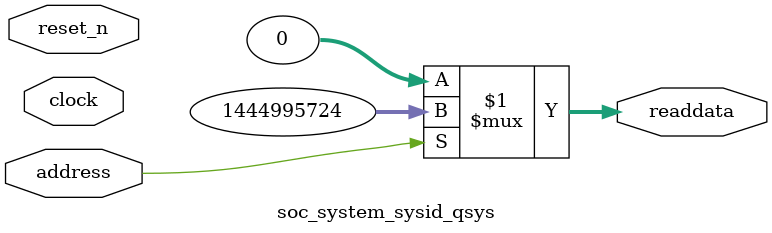
<source format=v>

`timescale 1ns / 1ps
// synthesis translate_on

// turn off superfluous verilog processor warnings 
// altera message_level Level1 
// altera message_off 10034 10035 10036 10037 10230 10240 10030 

module soc_system_sysid_qsys (
               // inputs:
                address,
                clock,
                reset_n,

               // outputs:
                readdata
             )
;

  output  [ 31: 0] readdata;
  input            address;
  input            clock;
  input            reset_n;

  wire    [ 31: 0] readdata;
  //control_slave, which is an e_avalon_slave
  assign readdata = address ? 1444995724 : 0;

endmodule




</source>
